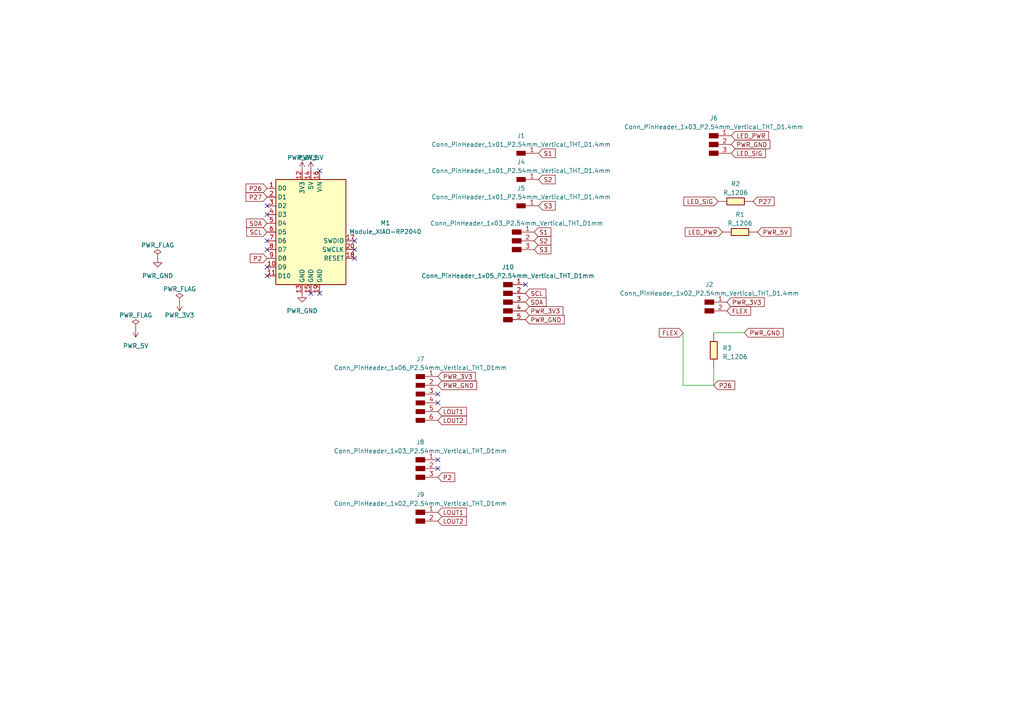
<source format=kicad_sch>
(kicad_sch (version 20230121) (generator eeschema)
  (paper "A4")
  (lib_symbols
    (symbol "fab:Conn_PinHeader_1x01_P2.54mm_Vertical_THT_D1.4mm" (pin_names (offset 1.016) hide)
      (property "Reference" "J" (at 0 2.54 0))
      (property "Value" "Conn_PinHeader_1x01_P2.54mm_Vertical_THT_D1.4mm" (at 0 -2.54 0))
      (symbol "Conn_PinHeader_1x01_P2.54mm_Vertical_THT_D1.4mm_1_1"
        (rectangle (start -1.27 0.635) (end 1.27 -0.635) (stroke (width 0.1524)) (fill (type outline)))
        (pin passive line (at 5.08 0 180) (length 3.81) (name "Pin_1") (number "1"))
      )
    )
    (symbol "fab:Conn_PinHeader_1x02_P2.54mm_Vertical_THT_D1.4mm" (pin_names hide)
      (property "Reference" "J" (at 0 2.54 0))
      (property "Value" "Conn_PinHeader_1x02_P2.54mm_Vertical_THT_D1.4mm" (at 0 -5.08 0))
      (symbol "Conn_PinHeader_1x02_P2.54mm_Vertical_THT_D1.4mm_1_1"
        (rectangle (start -1.27 -1.905) (end 1.27 -3.175) (stroke (width 0.254)) (fill (type outline)))
        (rectangle (start -1.27 0.635) (end 1.27 -0.635) (stroke (width 0.254)) (fill (type outline)))
        (pin passive line (at 5.08 0 180) (length 3.81) (name "Pin_1") (number "1"))
        (pin passive line (at 5.08 -2.54 180) (length 3.81) (name "Pin_2") (number "2"))
      )
    )
    (symbol "fab:Conn_PinHeader_1x02_P2.54mm_Vertical_THT_D1mm" (pin_names hide)
      (property "Reference" "J" (at 0 2.54 0))
      (property "Value" "Conn_PinHeader_1x02_P2.54mm_Vertical_THT_D1mm" (at 0 -5.08 0))
      (symbol "Conn_PinHeader_1x02_P2.54mm_Vertical_THT_D1mm_1_1"
        (rectangle (start -1.27 -1.905) (end 1.27 -3.175) (stroke (width 0.254)) (fill (type outline)))
        (rectangle (start -1.27 0.635) (end 1.27 -0.635) (stroke (width 0.254)) (fill (type outline)))
        (pin passive line (at 5.08 0 180) (length 3.81) (name "Pin_1") (number "1"))
        (pin passive line (at 5.08 -2.54 180) (length 3.81) (name "Pin_2") (number "2"))
      )
    )
    (symbol "fab:Conn_PinHeader_1x03_P2.54mm_Vertical_THT_D1.4mm" (pin_names hide)
      (property "Reference" "J" (at 0 5.08 0))
      (property "Value" "Conn_PinHeader_1x03_P2.54mm_Vertical_THT_D1.4mm" (at 0 -5.08 0))
      (symbol "Conn_PinHeader_1x03_P2.54mm_Vertical_THT_D1.4mm_1_1"
        (rectangle (start -1.27 -1.905) (end 1.27 -3.175) (stroke (width 0.254)) (fill (type outline)))
        (rectangle (start -1.27 0.635) (end 1.27 -0.635) (stroke (width 0.254)) (fill (type outline)))
        (rectangle (start -1.27 3.175) (end 1.27 1.905) (stroke (width 0.254)) (fill (type outline)))
        (pin passive line (at 5.08 2.54 180) (length 3.81) (name "Pin_1") (number "1"))
        (pin passive line (at 5.08 0 180) (length 3.81) (name "Pin_2") (number "2"))
        (pin passive line (at 5.08 -2.54 180) (length 3.81) (name "Pin_3") (number "3"))
      )
    )
    (symbol "fab:Conn_PinHeader_1x03_P2.54mm_Vertical_THT_D1mm" (pin_names hide)
      (property "Reference" "J" (at 0 5.08 0))
      (property "Value" "Conn_PinHeader_1x03_P2.54mm_Vertical_THT_D1mm" (at 0 -5.08 0))
      (symbol "Conn_PinHeader_1x03_P2.54mm_Vertical_THT_D1mm_1_1"
        (rectangle (start -1.27 -1.905) (end 1.27 -3.175) (stroke (width 0.254)) (fill (type outline)))
        (rectangle (start -1.27 0.635) (end 1.27 -0.635) (stroke (width 0.254)) (fill (type outline)))
        (rectangle (start -1.27 3.175) (end 1.27 1.905) (stroke (width 0.254)) (fill (type outline)))
        (pin passive line (at 5.08 2.54 180) (length 3.81) (name "Pin_1") (number "1"))
        (pin passive line (at 5.08 0 180) (length 3.81) (name "Pin_2") (number "2"))
        (pin passive line (at 5.08 -2.54 180) (length 3.81) (name "Pin_3") (number "3"))
      )
    )
    (symbol "fab:Conn_PinHeader_1x05_P2.54mm_Vertical_THT_D1mm" (pin_names hide)
      (property "Reference" "J" (at 0 7.62 0))
      (property "Value" "Conn_PinHeader_1x05_P2.54mm_Vertical_THT_D1mm" (at 0 -7.62 0))
      (symbol "Conn_PinHeader_1x05_P2.54mm_Vertical_THT_D1mm_1_1"
        (rectangle (start -1.27 -4.445) (end 1.27 -5.715) (stroke (width 0.254)) (fill (type outline)))
        (rectangle (start -1.27 -1.905) (end 1.27 -3.175) (stroke (width 0.254)) (fill (type outline)))
        (rectangle (start -1.27 0.635) (end 1.27 -0.635) (stroke (width 0.254)) (fill (type outline)))
        (rectangle (start -1.27 3.175) (end 1.27 1.905) (stroke (width 0.254)) (fill (type outline)))
        (rectangle (start -1.27 5.715) (end 1.27 4.445) (stroke (width 0.254)) (fill (type outline)))
        (pin passive line (at 5.08 5.08 180) (length 3.81) (name "Pin_1") (number "1"))
        (pin passive line (at 5.08 2.54 180) (length 3.81) (name "Pin_2") (number "2"))
        (pin passive line (at 5.08 0 180) (length 3.81) (name "Pin_3") (number "3"))
        (pin passive line (at 5.08 -2.54 180) (length 3.81) (name "Pin_4") (number "4"))
        (pin passive line (at 5.08 -5.08 180) (length 3.81) (name "Pin_5") (number "5"))
      )
    )
    (symbol "fab:Conn_PinHeader_1x06_P2.54mm_Vertical_THT_D1mm" (pin_names hide)
      (property "Reference" "J" (at 0 7.62 0))
      (property "Value" "Conn_PinHeader_1x06_P2.54mm_Vertical_THT_D1mm" (at 0 -10.16 0))
      (symbol "Conn_PinHeader_1x06_P2.54mm_Vertical_THT_D1mm_1_1"
        (rectangle (start -1.27 -6.985) (end 1.27 -8.255) (stroke (width 0.1524)) (fill (type outline)))
        (rectangle (start -1.27 -4.445) (end 1.27 -5.715) (stroke (width 0.1524)) (fill (type outline)))
        (rectangle (start -1.27 -1.905) (end 1.27 -3.175) (stroke (width 0.1524)) (fill (type outline)))
        (rectangle (start -1.27 0.635) (end 1.27 -0.635) (stroke (width 0.1524)) (fill (type outline)))
        (rectangle (start -1.27 3.175) (end 1.27 1.905) (stroke (width 0.1524)) (fill (type outline)))
        (rectangle (start -1.27 5.715) (end 1.27 4.445) (stroke (width 0.1524)) (fill (type outline)))
        (pin passive line (at 5.08 5.08 180) (length 3.81) (name "Pin_1") (number "1"))
        (pin passive line (at 5.08 2.54 180) (length 3.81) (name "Pin_2") (number "2"))
        (pin passive line (at 5.08 0 180) (length 3.81) (name "Pin_3") (number "3"))
        (pin passive line (at 5.08 -2.54 180) (length 3.81) (name "Pin_4") (number "4"))
        (pin passive line (at 5.08 -5.08 180) (length 3.81) (name "Pin_5") (number "5"))
        (pin passive line (at 5.08 -7.62 180) (length 3.81) (name "Pin_6") (number "6"))
      )
    )
    (symbol "fab:Module_XIAO-RP2040"
      (property "Reference" "M" (at -10.16 16.51 0))
      (property "Value" "Module_XIAO-RP2040" (at 3.81 16.51 0))
      (symbol "Module_XIAO-RP2040_1_1"
        (rectangle (start -10.16 15.24) (end 10.16 -15.24) (stroke (width 0.254)) (fill (type background)))
        (pin bidirectional line (at -12.7 12.7 0) (length 2.54) (name "D0") (number "1"))
        (pin bidirectional line (at -12.7 -10.16 0) (length 2.54) (name "D9") (number "10"))
        (pin bidirectional line (at -12.7 -12.7 0) (length 2.54) (name "D10") (number "11"))
        (pin power_in line (at -2.54 17.78 270) (length 2.54) (name "3V3") (number "12"))
        (pin power_in line (at -2.54 -17.78 90) (length 2.54) (name "GND") (number "13"))
        (pin power_in line (at 0 17.78 270) (length 2.54) (name "5V") (number "14"))
        (pin power_in line (at 0 -17.78 90) (length 2.54) (name "GND") (number "15"))
        (pin power_in line (at 2.54 17.78 270) (length 2.54) (name "VIN") (number "16"))
        (pin bidirectional line (at 12.7 -2.54 180) (length 2.54) (name "SWDIO") (number "17"))
        (pin input line (at 12.7 -7.62 180) (length 2.54) (name "RESET") (number "18"))
        (pin power_in line (at 2.54 -17.78 90) (length 2.54) (name "GND") (number "19"))
        (pin bidirectional line (at -12.7 10.16 0) (length 2.54) (name "D1") (number "2"))
        (pin input line (at 12.7 -5.08 180) (length 2.54) (name "SWCLK") (number "20"))
        (pin bidirectional line (at -12.7 7.62 0) (length 2.54) (name "D2") (number "3"))
        (pin bidirectional line (at -12.7 5.08 0) (length 2.54) (name "D3") (number "4"))
        (pin bidirectional line (at -12.7 2.54 0) (length 2.54) (name "D4") (number "5"))
        (pin bidirectional line (at -12.7 0 0) (length 2.54) (name "D5") (number "6"))
        (pin bidirectional line (at -12.7 -2.54 0) (length 2.54) (name "D6") (number "7"))
        (pin bidirectional line (at -12.7 -5.08 0) (length 2.54) (name "D7") (number "8"))
        (pin bidirectional line (at -12.7 -7.62 0) (length 2.54) (name "D8") (number "9"))
      )
    )
    (symbol "fab:PWR_3V3" (power) (pin_names (offset 0))
      (property "Value" "PWR_3V3" (at 0 3.556 0))
      (symbol "PWR_3V3_0_1"
        (polyline (pts (xy -0.762 1.27) (xy 0 2.54)))
        (polyline (pts (xy 0 0) (xy 0 2.54)))
        (polyline (pts (xy 0 2.54) (xy 0.762 1.27)))
      )
      (symbol "PWR_3V3_1_1"
        (pin power_in line (at 0 0 90) (length 0) hide (name "PWR_3V3") (number "1"))
      )
    )
    (symbol "fab:PWR_5V" (power) (pin_names (offset 0))
      (property "Value" "PWR_5V" (at 0 3.556 0))
      (symbol "PWR_5V_0_1"
        (polyline (pts (xy -0.762 1.27) (xy 0 2.54)))
        (polyline (pts (xy 0 0) (xy 0 2.54)))
        (polyline (pts (xy 0 2.54) (xy 0.762 1.27)))
      )
      (symbol "PWR_5V_1_1"
        (pin power_in line (at 0 0 90) (length 0) hide (name "PWR_5V") (number "1"))
      )
    )
    (symbol "fab:PWR_FLAG" (power) (pin_numbers hide) (pin_names (offset 0) hide)
      (property "Value" "PWR_FLAG" (at 0 3.81 0))
      (symbol "PWR_FLAG_0_1"
        (polyline (pts (xy 0 0) (xy 0 1.27) (xy -1.016 1.905) (xy 0 2.54) (xy 1.016 1.905) (xy 0 1.27)))
      )
      (symbol "PWR_FLAG_1_0"
        (pin power_out line (at 0 0 90) (length 0) (name "PWR_FLAG") (number "1"))
      )
    )
    (symbol "fab:PWR_GND" (power) (pin_names (offset 0))
      (property "Value" "PWR_GND" (at 0 -3.81 0))
      (symbol "PWR_GND_0_1"
        (polyline (pts (xy 0 0) (xy 0 -1.27) (xy 1.27 -1.27) (xy 0 -2.54) (xy -1.27 -1.27) (xy 0 -1.27)))
      )
      (symbol "PWR_GND_1_1"
        (pin power_in line (at 0 0 270) (length 0) hide (name "PWR_GND") (number "1"))
      )
    )
    (symbol "fab:R_1206" (pin_numbers hide) (pin_names (offset 0))
      (property "Reference" "R" (at 2.54 0 90))
      (property "Value" "R_1206" (at -2.54 0 90))
      (symbol "R_1206_0_1"
        (rectangle (start -1.016 -2.54) (end 1.016 2.54) (stroke (width 0.254)) (fill (type background)))
      )
      (symbol "R_1206_1_1"
        (pin passive line (at 0 5.08 270) (length 2.54) (name "~") (number "1"))
        (pin passive line (at 0 -5.08 90) (length 2.54) (name "~") (number "2"))
      )
    )
  )
  (no_connect (at 92.71 49.53))
  (no_connect (at 77.47 69.85))
  (no_connect (at 77.47 62.23))
  (no_connect (at 102.87 69.85))
  (no_connect (at 77.47 59.69))
  (no_connect (at 77.47 72.39))
  (no_connect (at 127 133.35))
  (no_connect (at 152.4 82.55))
  (no_connect (at 127 116.84))
  (no_connect (at 90.17 85.09))
  (no_connect (at 127 135.89))
  (no_connect (at 77.47 80.01))
  (no_connect (at 92.71 85.09))
  (no_connect (at 102.87 72.39))
  (no_connect (at 127 114.3))
  (no_connect (at 77.47 77.47))
  (no_connect (at 102.87 74.93))
  (wire (pts (xy 198.12 111.76) (xy 207.01 111.76)))
  (wire (pts (xy 198.12 96.52) (xy 198.12 111.76)))
  (wire (pts (xy 207.01 106.68) (xy 207.01 111.76)))
  (wire (pts (xy 207.01 96.52) (xy 215.9 96.52)))
  (global_label "P26" (shape input) (at 207.01 111.76 0) (property "Intersheetrefs" "${INTERSHEET_REFS}" (effects hide)))
  (global_label "LOUT2" (shape input) (at 127 121.92 0) (property "Intersheetrefs" "${INTERSHEET_REFS}" (effects hide)))
  (global_label "S2" (shape input) (at 156.21 52.07 0) (property "Intersheetrefs" "${INTERSHEET_REFS}" (effects hide)))
  (global_label "S2" (shape input) (at 154.94 69.85 0) (property "Intersheetrefs" "${INTERSHEET_REFS}" (effects hide)))
  (global_label "P2" (shape input) (at 127 138.43 0) (property "Intersheetrefs" "${INTERSHEET_REFS}" (effects hide)))
  (global_label "FLEX" (shape input) (at 198.12 96.52 180) (property "Intersheetrefs" "${INTERSHEET_REFS}" (effects hide)))
  (global_label "SCL" (shape input) (at 77.47 67.31 180) (property "Intersheetrefs" "${INTERSHEET_REFS}" (effects hide)))
  (global_label "S3" (shape input) (at 156.21 59.69 0) (property "Intersheetrefs" "${INTERSHEET_REFS}" (effects hide)))
  (global_label "FLEX" (shape input) (at 210.82 90.17 0) (property "Intersheetrefs" "${INTERSHEET_REFS}" (effects hide)))
  (global_label "PWR_GND" (shape input) (at 152.4 92.71 0) (property "Intersheetrefs" "${INTERSHEET_REFS}" (effects hide)))
  (global_label "LOUT2" (shape input) (at 127 151.13 0) (property "Intersheetrefs" "${INTERSHEET_REFS}" (effects hide)))
  (global_label "PWR_GND" (shape input) (at 212.09 41.91 0) (property "Intersheetrefs" "${INTERSHEET_REFS}" (effects hide)))
  (global_label "PWR_GND" (shape input) (at 215.9 96.52 0) (property "Intersheetrefs" "${INTERSHEET_REFS}" (effects hide)))
  (global_label "P2" (shape input) (at 77.47 74.93 180) (property "Intersheetrefs" "${INTERSHEET_REFS}" (effects hide)))
  (global_label "S1" (shape input) (at 154.94 67.31 0) (property "Intersheetrefs" "${INTERSHEET_REFS}" (effects hide)))
  (global_label "S1" (shape input) (at 156.21 44.45 0) (property "Intersheetrefs" "${INTERSHEET_REFS}" (effects hide)))
  (global_label "LED_SIG" (shape input) (at 212.09 44.45 0) (property "Intersheetrefs" "${INTERSHEET_REFS}" (effects hide)))
  (global_label "PWR_3V3" (shape input) (at 210.82 87.63 0) (property "Intersheetrefs" "${INTERSHEET_REFS}" (effects hide)))
  (global_label "LOUT1" (shape input) (at 127 148.59 0) (property "Intersheetrefs" "${INTERSHEET_REFS}" (effects hide)))
  (global_label "SDA" (shape input) (at 152.4 87.63 0) (property "Intersheetrefs" "${INTERSHEET_REFS}" (effects hide)))
  (global_label "PWR_GND" (shape input) (at 127 111.76 0) (property "Intersheetrefs" "${INTERSHEET_REFS}" (effects hide)))
  (global_label "SDA" (shape input) (at 77.47 64.77 180) (property "Intersheetrefs" "${INTERSHEET_REFS}" (effects hide)))
  (global_label "LED_SIG" (shape input) (at 208.28 58.42 180) (property "Intersheetrefs" "${INTERSHEET_REFS}" (effects hide)))
  (global_label "S3" (shape input) (at 154.94 72.39 0) (property "Intersheetrefs" "${INTERSHEET_REFS}" (effects hide)))
  (global_label "P26" (shape input) (at 77.47 54.61 180) (property "Intersheetrefs" "${INTERSHEET_REFS}" (effects hide)))
  (global_label "P27" (shape input) (at 218.44 58.42 0) (property "Intersheetrefs" "${INTERSHEET_REFS}" (effects hide)))
  (global_label "LED_PWR" (shape input) (at 209.55 67.31 180) (property "Intersheetrefs" "${INTERSHEET_REFS}" (effects hide)))
  (global_label "PWR_3V3" (shape input) (at 127 109.22 0) (property "Intersheetrefs" "${INTERSHEET_REFS}" (effects hide)))
  (global_label "PWR_3V3" (shape input) (at 152.4 90.17 0) (property "Intersheetrefs" "${INTERSHEET_REFS}" (effects hide)))
  (global_label "PWR_5V" (shape input) (at 219.71 67.31 0) (property "Intersheetrefs" "${INTERSHEET_REFS}" (effects hide)))
  (global_label "P27" (shape input) (at 77.47 57.15 180) (property "Intersheetrefs" "${INTERSHEET_REFS}" (effects hide)))
  (global_label "LED_PWR" (shape input) (at 212.09 39.37 0) (property "Intersheetrefs" "${INTERSHEET_REFS}" (effects hide)))
  (global_label "LOUT1" (shape input) (at 127 119.38 0) (property "Intersheetrefs" "${INTERSHEET_REFS}" (effects hide)))
  (global_label "SCL" (shape input) (at 152.4 85.09 0) (property "Intersheetrefs" "${INTERSHEET_REFS}" (effects hide)))
  (symbol (lib_id "fab:Conn_PinHeader_1x01_P2.54mm_Vertical_THT_D1.4mm") (at 151.13 52.07 0) (unit 1)
    (property "Reference" "J4" (at 151.13 46.99 0))
    (property "Value" "Conn_PinHeader_1x01_P2.54mm_Vertical_THT_D1.4mm" (at 151.13 49.53 0))
    (property "Footprint" "fab:PinHeader_1x01_P2.54mm_Vertical_THT_D1.4mm" (effects hide))
  )
  (symbol (lib_id "fab:PWR_5V") (at 39.37 95.25 180) (unit 1)
    (property "Reference" "#PWR05" (effects hide))
    (property "Value" "PWR_5V" (at 39.37 100.33 0))
  )
  (symbol (lib_id "fab:PWR_5V") (at 90.17 49.53 0) (unit 1)
    (property "Reference" "#PWR06" (effects hide))
    (property "Value" "PWR_5V" (at 90.17 45.72 0))
  )
  (symbol (lib_id "fab:Module_XIAO-RP2040") (at 90.17 67.31 0) (unit 1)
    (property "Reference" "M1" (at 111.76 64.6683 0))
    (property "Value" "Module_XIAO-RP2040" (at 111.76 67.2083 0))
    (property "Footprint" "fab:SeeedStudio_XIAO_RP2040" (effects hide))
    (property "Datasheet" "https://wiki.seeedstudio.com/XIAO-RP2040/" (effects hide))
  )
  (symbol (lib_id "fab:PWR_FLAG") (at 39.37 95.25 0) (unit 1)
    (property "Reference" "#FLG03" (effects hide))
    (property "Value" "PWR_FLAG" (at 39.37 91.44 0))
  )
  (symbol (lib_id "fab:Conn_PinHeader_1x02_P2.54mm_Vertical_THT_D1.4mm") (at 205.74 87.63 0) (unit 1)
    (property "Reference" "J2" (at 205.74 82.55 0))
    (property "Value" "Conn_PinHeader_1x02_P2.54mm_Vertical_THT_D1.4mm" (at 205.74 85.09 0))
    (property "Footprint" "fab:PinHeader_1x02_P2.54mm_Vertical_THT_D1.4mm" (effects hide))
  )
  (symbol (lib_id "fab:Conn_PinHeader_1x03_P2.54mm_Vertical_THT_D1.4mm") (at 207.01 41.91 0) (unit 1)
    (property "Reference" "J6" (at 207.01 34.29 0))
    (property "Value" "Conn_PinHeader_1x03_P2.54mm_Vertical_THT_D1.4mm" (at 207.01 36.83 0))
    (property "Footprint" "fab:PinHeader_1x03_P2.54mm_Vertical_THT_D1.4mm" (effects hide))
  )
  (symbol (lib_id "fab:R_1206") (at 213.36 58.42 90) (unit 1)
    (property "Reference" "R2" (at 213.36 53.34 90))
    (property "Value" "R_1206" (at 213.36 55.88 90))
    (property "Footprint" "fab:R_1206" (effects hide))
  )
  (symbol (lib_id "fab:Conn_PinHeader_1x01_P2.54mm_Vertical_THT_D1.4mm") (at 151.13 59.69 0) (unit 1)
    (property "Reference" "J5" (at 151.13 54.61 0))
    (property "Value" "Conn_PinHeader_1x01_P2.54mm_Vertical_THT_D1.4mm" (at 151.13 57.15 0))
    (property "Footprint" "fab:PinHeader_1x01_P2.54mm_Vertical_THT_D1.4mm" (effects hide))
  )
  (symbol (lib_id "fab:R_1206") (at 214.63 67.31 90) (unit 1)
    (property "Reference" "R1" (at 214.63 62.23 90))
    (property "Value" "R_1206" (at 214.63 64.77 90))
    (property "Footprint" "fab:R_1206" (effects hide))
  )
  (symbol (lib_id "fab:PWR_FLAG") (at 52.07 87.63 0) (unit 1)
    (property "Reference" "#FLG02" (effects hide))
    (property "Value" "PWR_FLAG" (at 52.07 83.82 0))
  )
  (symbol (lib_id "fab:Conn_PinHeader_1x03_P2.54mm_Vertical_THT_D1mm") (at 121.92 135.89 0) (unit 1)
    (property "Reference" "J8" (at 121.92 128.27 0))
    (property "Value" "Conn_PinHeader_1x03_P2.54mm_Vertical_THT_D1mm" (at 121.92 130.81 0))
    (property "Footprint" "fab:PinHeader_1x03_P2.54mm_Vertical_THT_D1mm" (effects hide))
  )
  (symbol (lib_id "fab:PWR_FLAG") (at 45.72 74.93 0) (unit 1)
    (property "Reference" "#FLG01" (effects hide))
    (property "Value" "PWR_FLAG" (at 45.72 71.12 0))
  )
  (symbol (lib_id "fab:PWR_GND") (at 87.63 85.09 0) (unit 1)
    (property "Reference" "#PWR04" (effects hide))
    (property "Value" "PWR_GND" (at 87.63 90.17 0))
  )
  (symbol (lib_id "fab:Conn_PinHeader_1x03_P2.54mm_Vertical_THT_D1mm") (at 149.86 69.85 0) (unit 1)
    (property "Reference" "J3" (effects hide))
    (property "Value" "Conn_PinHeader_1x03_P2.54mm_Vertical_THT_D1mm" (at 149.86 64.77 0))
    (property "Footprint" "fab:PinHeader_1x03_P2.54mm_Vertical_THT_D1mm" (effects hide))
  )
  (symbol (lib_id "fab:Conn_PinHeader_1x05_P2.54mm_Vertical_THT_D1mm") (at 147.32 87.63 0) (unit 1)
    (property "Reference" "J10" (at 147.32 77.47 0))
    (property "Value" "Conn_PinHeader_1x05_P2.54mm_Vertical_THT_D1mm" (at 147.32 80.01 0))
    (property "Footprint" "fab:PinHeader_1x05_P2.54mm_Vertical_THT_D1mm" (effects hide))
  )
  (symbol (lib_id "fab:PWR_3V3") (at 87.63 49.53 0) (unit 1)
    (property "Reference" "#PWR03" (effects hide))
    (property "Value" "PWR_3V3" (at 87.63 45.72 0))
  )
  (symbol (lib_id "fab:PWR_3V3") (at 52.07 87.63 0) (mirror x) (unit 1)
    (property "Reference" "#PWR02" (effects hide))
    (property "Value" "PWR_3V3" (at 52.07 91.44 0))
  )
  (symbol (lib_id "fab:Conn_PinHeader_1x02_P2.54mm_Vertical_THT_D1mm") (at 121.92 148.59 0) (unit 1)
    (property "Reference" "J9" (at 121.92 143.51 0))
    (property "Value" "Conn_PinHeader_1x02_P2.54mm_Vertical_THT_D1mm" (at 121.92 146.05 0))
    (property "Footprint" "fab:PinHeader_1x02_P2.54mm_Vertical_THT_D1mm" (effects hide))
  )
  (symbol (lib_id "fab:Conn_PinHeader_1x06_P2.54mm_Vertical_THT_D1mm") (at 121.92 114.3 0) (unit 1)
    (property "Reference" "J7" (at 121.92 104.14 0))
    (property "Value" "Conn_PinHeader_1x06_P2.54mm_Vertical_THT_D1mm" (at 121.92 106.68 0))
    (property "Footprint" "fab:PinHeader_1x06_P2.54mm_Vertical_THT_D1mm" (effects hide))
    (property "Datasheet" "https://media.digikey.com/PDF/Data%20Sheets/Sullins%20PDFs/xRxCzzzSxxN-RC_ST_11635-B.pdf" (effects hide))
  )
  (symbol (lib_id "fab:PWR_GND") (at 45.72 74.93 0) (unit 1)
    (property "Reference" "#PWR01" (effects hide))
    (property "Value" "PWR_GND" (at 45.72 80.01 0))
  )
  (symbol (lib_id "fab:Conn_PinHeader_1x01_P2.54mm_Vertical_THT_D1.4mm") (at 151.13 44.45 0) (unit 1)
    (property "Reference" "J1" (at 151.13 39.37 0))
    (property "Value" "Conn_PinHeader_1x01_P2.54mm_Vertical_THT_D1.4mm" (at 151.13 41.91 0))
    (property "Footprint" "fab:PinHeader_1x01_P2.54mm_Vertical_THT_D1.4mm" (effects hide))
  )
  (symbol (lib_id "fab:R_1206") (at 207.01 101.6 0) (unit 1)
    (property "Reference" "R3" (at 209.55 100.965 0) (effects (justify left)))
    (property "Value" "R_1206" (at 209.55 103.505 0) (effects (justify left)))
    (property "Footprint" "fab:R_1206" (effects hide))
  )
)
</source>
